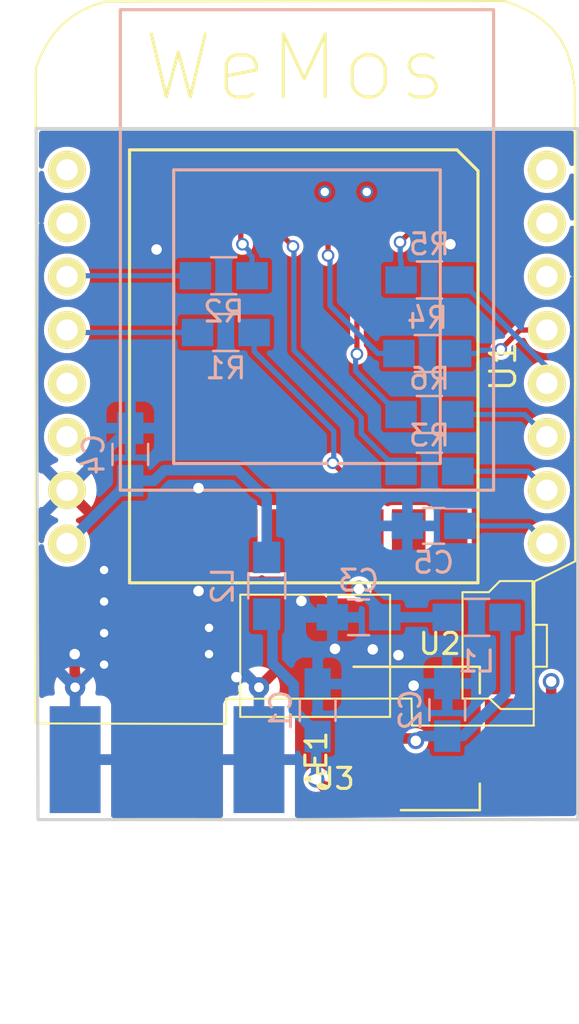
<source format=kicad_pcb>
(kicad_pcb (version 20221018) (generator pcbnew)
  (layers (0 "F.Cu" signal) (1 "In1.Cu" power) (2 "In2.Cu" power) (31 "B.Cu" signal) (35 "F.Paste" user) (36 "B.SilkS" user "B.Silkscreen") (37 "F.SilkS" user "F.Silkscreen") (38 "B.Mask" user) (39 "F.Mask" user) (44 "Edge.Cuts" user))
  (net 0 "")
  (net 1 "Net-(R1-Pad1)")
  (net 2 "Net-(R1-Pad2)")
  (net 3 "Net-(R2-Pad1)")
  (net 4 "Net-(R2-Pad2)")
  (net 5 "/SS")
  (net 6 "Net-(R3-Pad2)")
  (net 7 "/SCK")
  (net 8 "Net-(R4-Pad2)")
  (net 9 "/MISO")
  (net 10 "Net-(R5-Pad2)")
  (net 11 "/MOSI")
  (net 12 "Net-(R6-Pad2)")
  (net 13 "Net-(U1-Pad16)")
  (net 14 "GND")
  (net 15 "Net-(U1-Pad15)")
  (net 16 "+3V3")
  (net 17 "Net-(U1-Pad12)")
  (net 18 "Net-(U1-Pad11)")
  (net 19 "Net-(U1-Pad7)")
  (net 20 "+5V")
  (net 21 "Net-(U3-Pad8)")
  (net 22 "Net-(U3-Pad7)")
  (net 23 "Net-(U3-Pad4)")
  (net 24 "Net-(U3-Pad3)")
  (net 25 "Net-(U3-Pad11)")
  (net 26 "Net-(U3-Pad10)")
  (net 27 "Net-(U3-Pad9)")
  (net 28 "/50Ohm")
  (net 29 "Net-(C5-Pad2)")
  (net 30 "/wemos_5V")
  (net 31 "/RF95_3V3")
  (footprint "Connectors_Molex:Molex_SMA_Jack_Edge_Mount" (layer "F.Cu") (at 142 103.3 90)
    (fp_text reference "AE1" (at -1.72 7.11 90) (layer "F.SilkS"))
    (fp_text value "Antenna_Shield")
    (pad "1" smd rect (at -1.72 0 90) (size 5.08 2.29) (layers "F.Cu" "F.Paste" "F.Mask") (net 28 "/50Ohm"))
    (pad "2" smd rect (at -1.72 -4.38 90) (size 5.08 2.42) (layers "F.Cu" "F.Paste" "F.Mask") (net 14 "GND"))
    (pad "2" smd rect (at -1.72 -4.38 90) (size 5.08 2.42) (layers "B.Cu" "B.Mask") (net 14 "GND"))
    (pad "2" smd rect (at -1.72 4.38 90) (size 5.08 2.42) (layers "F.Cu" "F.Paste" "F.Mask") (net 14 "GND"))
    (pad "2" smd rect (at -1.72 4.38 90) (size 5.08 2.42) (layers "B.Cu" "B.Mask") (net 14 "GND"))
    (pad "2" smd rect (at 1.27 -4.38 90) (size 0.89 0.46) (layers "F.Cu") (net 14 "GND"))
    (pad "2" smd rect (at 1.27 -4.38 90) (size 0.89 0.46) (layers "B.Cu") (net 14 "GND"))
    (pad "2" smd rect (at 1.27 4.38 90) (size 0.89 0.46) (layers "F.Cu") (net 14 "GND"))
    (pad "2" smd rect (at 1.27 4.38 90) (size 0.89 0.46) (layers "B.Cu") (net 14 "GND"))
    (pad "2" thru_hole circle (at 1.72 -4.38 90) (size 0.97 0.97) (drill 0.46) (layers "*.Cu") (net 14 "GND"))
    (pad "2" thru_hole circle (at 1.72 4.38 90) (size 0.97 0.97) (drill 0.46) (layers "*.Cu") (net 14 "GND"))
  )
  (footprint "TO_SOT_Packages_SMD:SOT-223" (layer "F.Cu") (at 154.9908 104.013)
    (fp_text reference "U2" (at 0 -4.5) (layer "F.SilkS"))
    (fp_text value "LM1117-3.3")
    (fp_line (start -4.1 -3.41) (end 1.91 -3.41) (stroke (width 0.12)) (layer "F.SilkS"))
    (fp_line (start -1.85 3.41) (end 1.91 3.41) (stroke (width 0.12)) (layer "F.SilkS"))
    (fp_line (start 1.91 -3.41) (end 1.91 -2.15) (stroke (width 0.12)) (layer "F.SilkS"))
    (fp_line (start 1.91 3.41) (end 1.91 2.15) (stroke (width 0.12)) (layer "F.SilkS"))
    (pad "1" smd rect (at -3.15 -2.3) (size 2 1.5) (layers "F.Cu" "F.Paste" "F.Mask") (net 14 "GND"))
    (pad "2" smd rect (at -3.15 0) (size 2 1.5) (layers "F.Cu" "F.Paste" "F.Mask") (net 16 "+3V3"))
    (pad "3" smd rect (at -3.15 2.3) (size 2 1.5) (layers "F.Cu" "F.Paste" "F.Mask") (net 20 "+5V"))
    (pad "4" smd rect (at 3.15 0) (size 2 3.8) (layers "F.Cu" "F.Paste" "F.Mask") (net 16 "+3V3"))
  )
  (footprint "DisasterRadio:D1_mini_board" (layer "F.Cu") (at 148.6662 87.122)
    (fp_text reference "U3" (at 1.27 18.81) (layer "F.SilkS"))
    (fp_text value "WeMos_mini")
    (fp_text user "WeMos" (at -0.5588 -15.0114) (layer "F.SilkS") (effects (font (size 3 3))))
    (fp_line (start -8.89 -17.78) (end -8.89 5.08) (stroke (width 0.15)) (layer "B.SilkS"))
    (fp_line (start -8.89 5.08) (end 8.89 5.08) (stroke (width 0.15)) (layer "B.SilkS"))
    (fp_line (start -6.35 -10.16) (end 6.35 -10.16) (stroke (width 0.15)) (layer "B.SilkS"))
    (fp_line (start -6.35 3.81) (end -6.35 -10.16) (stroke (width 0.15)) (layer "B.SilkS"))
    (fp_line (start 6.35 -10.16) (end 6.35 3.81) (stroke (width 0.15)) (layer "B.SilkS"))
    (fp_line (start 6.35 3.81) (end -6.35 3.81) (stroke (width 0.15)) (layer "B.SilkS"))
    (fp_line (start 8.89 -17.78) (end -8.89 -17.78) (stroke (width 0.15)) (layer "B.SilkS"))
    (fp_line (start 8.89 5.08) (end 8.89 -17.78) (stroke (width 0.15)) (layer "B.SilkS"))
    (fp_line (start -12.930193 16.176658) (end -12.916195 -14.993493) (stroke (width 0.1)) (layer "F.SilkS"))
    (fp_line (start -12.916195 -14.993493) (end -12.683384 -15.596286) (stroke (width 0.1)) (layer "F.SilkS"))
    (fp_line (start -12.683384 -15.596286) (end -12.399901 -16.141167) (stroke (width 0.1)) (layer "F.SilkS"))
    (fp_line (start -12.399901 -16.141167) (end -12.065253 -16.627577) (stroke (width 0.1)) (layer "F.SilkS"))
    (fp_line (start -12.065253 -16.627577) (end -11.678953 -17.054952) (stroke (width 0.1)) (layer "F.SilkS"))
    (fp_line (start -11.678953 -17.054952) (end -11.240512 -17.422741) (stroke (width 0.1)) (layer "F.SilkS"))
    (fp_line (start -11.240512 -17.422741) (end -10.74944 -17.730377) (stroke (width 0.1)) (layer "F.SilkS"))
    (fp_line (start -10.74944 -17.730377) (end -10.20525 -17.97731) (stroke (width 0.1)) (layer "F.SilkS"))
    (fp_line (start -10.20525 -17.97731) (end -9.607453 -18.162976) (stroke (width 0.1)) (layer "F.SilkS"))
    (fp_line (start -9.607453 -18.162976) (end 9.43046 -18.191734) (stroke (width 0.1)) (layer "F.SilkS"))
    (fp_line (start -3.851373 15.000483) (end -3.849397 16.202736) (stroke (width 0.1)) (layer "F.SilkS"))
    (fp_line (start -3.849397 16.202736) (end -12.930193 16.176658) (stroke (width 0.1)) (layer "F.SilkS"))
    (fp_line (start -3.17965 10.051451) (end 3.959931 10.051451) (stroke (width 0.1)) (layer "F.SilkS"))
    (fp_line (start -3.17965 15.865188) (end -3.17965 10.051451) (stroke (width 0.1)) (layer "F.SilkS"))
    (fp_line (start 3.959931 10.051451) (end 3.959931 15.865188) (stroke (width 0.1)) (layer "F.SilkS"))
    (fp_line (start 3.959931 15.865188) (end -3.17965 15.865188) (stroke (width 0.1)) (layer "F.SilkS"))
    (fp_line (start 4.979849 14.993795) (end -3.851373 15.000483) (stroke (width 0.1)) (layer "F.SilkS"))
    (fp_line (start 5.00618 16.277228) (end 4.979849 14.993795) (stroke (width 0.1)) (layer "F.SilkS"))
    (fp_line (start 7.40985 9.931515) (end 7.40985 14.993876) (stroke (width 0.1)) (layer "F.SilkS"))
    (fp_line (start 7.40985 14.993876) (end 8.697489 14.993876) (stroke (width 0.1)) (layer "F.SilkS"))
    (fp_line (start 8.662211 9.931515) (end 7.40985 9.931515) (stroke (width 0.1)) (layer "F.SilkS"))
    (fp_line (start 8.697489 14.993876) (end 9.226656 15.487765) (stroke (width 0.1)) (layer "F.SilkS"))
    (fp_line (start 9.191378 9.402349) (end 8.662211 9.931515) (stroke (width 0.1)) (layer "F.SilkS"))
    (fp_line (start 9.226656 15.487765) (end 10.796517 15.487765) (stroke (width 0.1)) (layer "F.SilkS"))
    (fp_line (start 9.43046 -18.191734) (end 10.049824 -17.957741) (stroke (width 0.1)) (layer "F.SilkS"))
    (fp_line (start 10.049824 -17.957741) (end 10.638018 -17.673258) (stroke (width 0.1)) (layer "F.SilkS"))
    (fp_line (start 10.638018 -17.673258) (end 11.181445 -17.323743) (stroke (width 0.1)) (layer "F.SilkS"))
    (fp_line (start 10.7436 9.402349) (end 9.191378 9.402349) (stroke (width 0.1)) (layer "F.SilkS"))
    (fp_line (start 10.778878 11.483738) (end 11.431517 11.483738) (stroke (width 0.1)) (layer "F.SilkS"))
    (fp_line (start 10.796517 15.487765) (end 10.7436 9.402349) (stroke (width 0.1)) (layer "F.SilkS"))
    (fp_line (start 10.817472 16.277228) (end 5.00618 16.277228) (stroke (width 0.1)) (layer "F.SilkS"))
    (fp_line (start 10.83248 9.424181) (end 10.802686 16.232524) (stroke (width 0.1)) (layer "F.SilkS"))
    (fp_line (start 11.181445 -17.323743) (end 11.666503 -16.894658) (stroke (width 0.1)) (layer "F.SilkS"))
    (fp_line (start 11.431517 11.483738) (end 11.431517 13.476932) (stroke (width 0.1)) (layer "F.SilkS"))
    (fp_line (start 11.431517 13.476932) (end 10.814156 13.476932) (stroke (width 0.1)) (layer "F.SilkS"))
    (fp_line (start 11.666503 -16.894658) (end 12.079595 -16.37146) (stroke (width 0.1)) (layer "F.SilkS"))
    (fp_line (start 12.079595 -16.37146) (end 12.407122 -15.739613) (stroke (width 0.1)) (layer "F.SilkS"))
    (fp_line (start 12.407122 -15.739613) (end 12.635482 -14.984575) (stroke (width 0.1)) (layer "F.SilkS"))
    (fp_line (start 12.635482 -14.984575) (end 12.751078 -14.091807) (stroke (width 0.1)) (layer "F.SilkS"))
    (fp_line (start 12.751078 -14.091807) (end 12.776026 8.463285) (stroke (width 0.1)) (layer "F.SilkS"))
    (fp_line (start 12.776026 8.463285) (end 10.83248 9.424181) (stroke (width 0.1)) (layer "F.SilkS"))
    (pad "1" thru_hole circle (at -11.43 7.62) (size 1.8 1.8) (drill 1.016) (layers "*.Cu" "*.Mask" "F.SilkS") (net 30 "/wemos_5V"))
    (pad "2" thru_hole circle (at -11.43 5.08) (size 1.8 1.8) (drill 1.016) (layers "*.Cu" "*.Mask" "F.SilkS") (net 14 "GND"))
    (pad "3" thru_hole circle (at -11.43 2.54) (size 1.8 1.8) (drill 1.016) (layers "*.Cu" "*.Mask" "F.SilkS") (net 24 "Net-(U3-Pad3)"))
    (pad "4" thru_hole circle (at -11.43 0) (size 1.8 1.8) (drill 1.016) (layers "*.Cu" "*.Mask" "F.SilkS") (net 23 "Net-(U3-Pad4)"))
    (pad "5" thru_hole circle (at -11.43 -2.54) (size 1.8 1.8) (drill 1.016) (layers "*.Cu" "*.Mask" "F.SilkS") (net 1 "Net-(R1-Pad1)"))
    (pad "6" thru_hole circle (at -11.43 -5.08) (size 1.8 1.8) (drill 1.016) (layers "*.Cu" "*.Mask" "F.SilkS") (net 3 "Net-(R2-Pad1)"))
    (pad "7" thru_hole circle (at -11.43 -7.62) (size 1.8 1.8) (drill 1.016) (layers "*.Cu" "*.Mask" "F.SilkS") (net 22 "Net-(U3-Pad7)"))
    (pad "8" thru_hole circle (at -11.43 -10.16) (size 1.8 1.8) (drill 1.016) (layers "*.Cu" "*.Mask" "F.SilkS") (net 21 "Net-(U3-Pad8)"))
    (pad "9" thru_hole circle (at 11.43 -10.16) (size 1.8 1.8) (drill 1.016) (layers "*.Cu" "*.Mask" "F.SilkS") (net 27 "Net-(U3-Pad9)"))
    (pad "10" thru_hole circle (at 11.43 -7.62) (size 1.8 1.8) (drill 1.016) (layers "*.Cu" "*.Mask" "F.SilkS") (net 26 "Net-(U3-Pad10)"))
    (pad "11" thru_hole circle (at 11.43 -5.08) (size 1.8 1.8) (drill 1.016) (layers "*.Cu" "*.Mask" "F.SilkS") (net 25 "Net-(U3-Pad11)"))
    (pad "12" thru_hole circle (at 11.43 -2.54) (size 1.8 1.8) (drill 1.016) (layers "*.Cu" "*.Mask" "F.SilkS") (net 7 "/SCK"))
    (pad "13" thru_hole circle (at 11.43 0) (size 1.8 1.8) (drill 1.016) (layers "*.Cu" "*.Mask" "F.SilkS") (net 9 "/MISO"))
    (pad "14" thru_hole circle (at 11.43 2.54) (size 1.8 1.8) (drill 1.016) (layers "*.Cu" "*.Mask" "F.SilkS") (net 11 "/MOSI"))
    (pad "15" thru_hole circle (at 11.43 5.08) (size 1.8 1.8) (drill 1.016) (layers "*.Cu" "*.Mask" "F.SilkS") (net 5 "/SS"))
    (pad "16" thru_hole circle (at 11.43 7.62) (size 1.8 1.8) (drill 1.016) (layers "*.Cu" "*.Mask" "F.SilkS") (net 29 "Net-(C5-Pad2)"))
  )
  (footprint "DisasterRadio:RFM95" (layer "F.Cu") (at 148.5138 86.3092 180)
    (fp_text reference "U1" (at -9.5 0 270) (layer "F.SilkS") (effects (font (size 1.2 1.2))))
    (fp_text value "RFM95")
    (fp_line (start -8.3 -10.3) (end -8.3 9.3) (stroke (width 0.15)) (layer "F.SilkS"))
    (fp_line (start -8.3 9.3) (end -7.3 10.3) (stroke (width 0.15)) (layer "F.SilkS"))
    (fp_line (start -7.3 10.3) (end 8.3 10.3) (stroke (width 0.15)) (layer "F.SilkS"))
    (fp_line (start 8.3 -10.3) (end -8.3 -10.3) (stroke (width 0.15)) (layer "F.SilkS"))
    (fp_line (start 8.3 10.3) (end 8.3 -10.3) (stroke (width 0.15)) (layer "F.SilkS"))
    (pad "1" smd rect (at -7 8.3 180) (size 1.6 3) (layers "F.Cu" "F.Paste" "F.Mask") (net 14 "GND"))
    (pad "2" smd rect (at -5 8.3 180) (size 1.6 3) (layers "F.Cu" "F.Paste" "F.Mask") (net 10 "Net-(R5-Pad2)"))
    (pad "3" smd rect (at -3 8.3 180) (size 1.6 3) (layers "F.Cu" "F.Paste" "F.Mask") (net 12 "Net-(R6-Pad2)"))
    (pad "4" smd rect (at -1 8.3 180) (size 1.6 3) (layers "F.Cu" "F.Paste" "F.Mask") (net 8 "Net-(R4-Pad2)"))
    (pad "5" smd rect (at 1 8.3 180) (size 1.6 3) (layers "F.Cu" "F.Paste" "F.Mask") (net 6 "Net-(R3-Pad2)"))
    (pad "6" smd rect (at 3 8.3 180) (size 1.6 3) (layers "F.Cu" "F.Paste" "F.Mask") (net 4 "Net-(R2-Pad2)"))
    (pad "7" smd rect (at 5 8.3 180) (size 1.6 3) (layers "F.Cu" "F.Paste" "F.Mask") (net 19 "Net-(U1-Pad7)"))
    (pad "8" smd rect (at 7 8.3 180) (size 1.6 3) (layers "F.Cu" "F.Paste" "F.Mask") (net 14 "GND"))
    (pad "9" smd rect (at 7 -8.3 180) (size 1.6 3) (layers "F.Cu" "F.Paste" "F.Mask") (net 28 "/50Ohm"))
    (pad "10" smd rect (at 5 -8.3 180) (size 1.6 3) (layers "F.Cu" "F.Paste" "F.Mask") (net 14 "GND"))
    (pad "11" smd rect (at 3 -8.3 180) (size 1.6 3) (layers "F.Cu" "F.Paste" "F.Mask") (net 18 "Net-(U1-Pad11)"))
    (pad "12" smd rect (at 1 -8.3 180) (size 1.6 3) (layers "F.Cu" "F.Paste" "F.Mask") (net 17 "Net-(U1-Pad12)"))
    (pad "13" smd rect (at -1 -8.3 180) (size 1.6 3) (layers "F.Cu" "F.Paste" "F.Mask") (net 31 "/RF95_3V3"))
    (pad "14" smd rect (at -3 -8.3 180) (size 1.6 3) (layers "F.Cu" "F.Paste" "F.Mask") (net 2 "Net-(R1-Pad2)"))
    (pad "15" smd rect (at -5 -8.3 180) (size 1.6 3) (layers "F.Cu" "F.Paste" "F.Mask") (net 15 "Net-(U1-Pad15)"))
    (pad "16" smd rect (at -7 -8.3 180) (size 1.6 3) (layers "F.Cu" "F.Paste" "F.Mask") (net 13 "Net-(U1-Pad16)"))
  )
  (footprint "Capacitors_SMD:C_0805_HandSoldering" (layer "B.Cu") (at 149.175 102.675 -90)
    (fp_text reference "C1" (at 0 1.75 270) (layer "B.SilkS") (effects (justify mirror)))
    (fp_text value "10u")
    (fp_line (start -0.5 -0.85) (end 0.5 -0.85) (stroke (width 0.12)) (layer "B.SilkS"))
    (fp_line (start 0.5 0.85) (end -0.5 0.85) (stroke (width 0.12)) (layer "B.SilkS"))
    (pad "1" smd rect (at -1.25 0 270) (size 1.5 1.25) (layers "B.Cu" "B.Mask") (net 14 "GND"))
    (pad "2" smd rect (at 1.25 0 270) (size 1.5 1.25) (layers "B.Cu" "B.Mask") (net 20 "+5V"))
  )
  (footprint "Capacitors_SMD:C_0805_HandSoldering" (layer "B.Cu") (at 155.35 102.65 -90)
    (fp_text reference "C2" (at 0 1.75 270) (layer "B.SilkS") (effects (justify mirror)))
    (fp_text value "10u")
    (fp_line (start -0.5 -0.85) (end 0.5 -0.85) (stroke (width 0.12)) (layer "B.SilkS"))
    (fp_line (start 0.5 0.85) (end -0.5 0.85) (stroke (width 0.12)) (layer "B.SilkS"))
    (pad "1" smd rect (at -1.25 0 270) (size 1.5 1.25) (layers "B.Cu" "B.Mask") (net 14 "GND"))
    (pad "2" smd rect (at 1.25 0 270) (size 1.5 1.25) (layers "B.Cu" "B.Mask") (net 16 "+3V3"))
  )
  (footprint "Resistors_SMD:R_0805_HandSoldering" (layer "B.Cu") (at 144.8 84.7)
    (fp_text reference "R1" (at 0 1.7) (layer "B.SilkS") (effects (justify mirror)))
    (fp_text value "0k")
    (fp_line (start -0.6 0.88) (end 0.6 0.88) (stroke (width 0.12)) (layer "B.SilkS"))
    (fp_line (start 0.6 -0.88) (end -0.6 -0.88) (stroke (width 0.12)) (layer "B.SilkS"))
    (pad "1" smd rect (at -1.35 0) (size 1.5 1.3) (layers "B.Cu" "B.Mask") (net 1 "Net-(R1-Pad1)"))
    (pad "2" smd rect (at 1.35 0) (size 1.5 1.3) (layers "B.Cu" "B.Mask") (net 2 "Net-(R1-Pad2)"))
  )
  (footprint "Resistors_SMD:R_0805_HandSoldering" (layer "B.Cu") (at 144.7 82)
    (fp_text reference "R2" (at 0 1.7) (layer "B.SilkS") (effects (justify mirror)))
    (fp_text value "0k")
    (fp_line (start -0.6 0.88) (end 0.6 0.88) (stroke (width 0.12)) (layer "B.SilkS"))
    (fp_line (start 0.6 -0.88) (end -0.6 -0.88) (stroke (width 0.12)) (layer "B.SilkS"))
    (pad "1" smd rect (at -1.35 0) (size 1.5 1.3) (layers "B.Cu" "B.Mask") (net 3 "Net-(R2-Pad1)"))
    (pad "2" smd rect (at 1.35 0) (size 1.5 1.3) (layers "B.Cu" "B.Mask") (net 4 "Net-(R2-Pad2)"))
  )
  (footprint "Resistors_SMD:R_0805_HandSoldering" (layer "B.Cu") (at 154.5 91.3 180)
    (fp_text reference "R3" (at 0 1.7 180) (layer "B.SilkS") (effects (justify mirror)))
    (fp_text value "0k")
    (fp_line (start -0.6 0.88) (end 0.6 0.88) (stroke (width 0.12)) (layer "B.SilkS"))
    (fp_line (start 0.6 -0.88) (end -0.6 -0.88) (stroke (width 0.12)) (layer "B.SilkS"))
    (pad "1" smd rect (at -1.35 0 180) (size 1.5 1.3) (layers "B.Cu" "B.Mask") (net 5 "/SS"))
    (pad "2" smd rect (at 1.35 0 180) (size 1.5 1.3) (layers "B.Cu" "B.Mask") (net 6 "Net-(R3-Pad2)"))
  )
  (footprint "Resistors_SMD:R_0805_HandSoldering" (layer "B.Cu") (at 154.4 85.7 180)
    (fp_text reference "R4" (at 0 1.7 180) (layer "B.SilkS") (effects (justify mirror)))
    (fp_text value "0k")
    (fp_line (start -0.6 0.88) (end 0.6 0.88) (stroke (width 0.12)) (layer "B.SilkS"))
    (fp_line (start 0.6 -0.88) (end -0.6 -0.88) (stroke (width 0.12)) (layer "B.SilkS"))
    (pad "1" smd rect (at -1.35 0 180) (size 1.5 1.3) (layers "B.Cu" "B.Mask") (net 7 "/SCK"))
    (pad "2" smd rect (at 1.35 0 180) (size 1.5 1.3) (layers "B.Cu" "B.Mask") (net 8 "Net-(R4-Pad2)"))
  )
  (footprint "Resistors_SMD:R_0805_HandSoldering" (layer "B.Cu") (at 154.5 82.2 180)
    (fp_text reference "R5" (at 0 1.7 180) (layer "B.SilkS") (effects (justify mirror)))
    (fp_text value "0k")
    (fp_line (start -0.6 0.88) (end 0.6 0.88) (stroke (width 0.12)) (layer "B.SilkS"))
    (fp_line (start 0.6 -0.88) (end -0.6 -0.88) (stroke (width 0.12)) (layer "B.SilkS"))
    (pad "1" smd rect (at -1.35 0 180) (size 1.5 1.3) (layers "B.Cu" "B.Mask") (net 9 "/MISO"))
    (pad "2" smd rect (at 1.35 0 180) (size 1.5 1.3) (layers "B.Cu" "B.Mask") (net 10 "Net-(R5-Pad2)"))
  )
  (footprint "Resistors_SMD:R_0805_HandSoldering" (layer "B.Cu") (at 154.5 88.6 180)
    (fp_text reference "R6" (at 0 1.7 180) (layer "B.SilkS") (effects (justify mirror)))
    (fp_text value "0k")
    (fp_line (start -0.6 0.88) (end 0.6 0.88) (stroke (width 0.12)) (layer "B.SilkS"))
    (fp_line (start 0.6 -0.88) (end -0.6 -0.88) (stroke (width 0.12)) (layer "B.SilkS"))
    (pad "1" smd rect (at -1.35 0 180) (size 1.5 1.3) (layers "B.Cu" "B.Mask") (net 11 "/MOSI"))
    (pad "2" smd rect (at 1.35 0 180) (size 1.5 1.3) (layers "B.Cu" "B.Mask") (net 12 "Net-(R6-Pad2)"))
  )
  (footprint "Inductors_SMD:L_0805_HandSoldering" (layer "B.Cu") (at 146.75 96.75 -90)
    (fp_text reference "L2" (at 0 2.1 270) (layer "B.SilkS") (effects (justify mirror)))
    (fp_text value "L_Core_Ferrite")
    (fp_line (start -0.6 0.88) (end 0.6 0.88) (stroke (width 0.12)) (layer "B.SilkS"))
    (fp_line (start 0.6 -0.88) (end -0.6 -0.88) (stroke (width 0.12)) (layer "B.SilkS"))
    (pad "1" smd rect (at -1.35 0 270) (size 1.5 1.3) (layers "B.Cu" "B.Mask") (net 30 "/wemos_5V"))
    (pad "2" smd rect (at 1.35 0 270) (size 1.5 1.3) (layers "B.Cu" "B.Mask") (net 20 "+5V"))
  )
  (footprint "Capacitors_SMD:C_0805_HandSoldering" (layer "B.Cu") (at 151.125 98.25 180)
    (fp_text reference "C3" (at 0 1.75 180) (layer "B.SilkS") (effects (justify mirror)))
    (fp_text value "C_Small")
    (fp_line (start -0.5 -0.85) (end 0.5 -0.85) (stroke (width 0.12)) (layer "B.SilkS"))
    (fp_line (start 0.5 0.85) (end -0.5 0.85) (stroke (width 0.12)) (layer "B.SilkS"))
    (pad "1" smd rect (at -1.25 0 180) (size 1.5 1.25) (layers "B.Cu" "B.Mask") (net 31 "/RF95_3V3"))
    (pad "2" smd rect (at 1.25 0 180) (size 1.5 1.25) (layers "B.Cu" "B.Mask") (net 14 "GND"))
  )
  (footprint "Capacitors_SMD:C_0805_HandSoldering" (layer "B.Cu") (at 140.25 90.5 -90)
    (fp_text reference "C4" (at 0 1.75 270) (layer "B.SilkS") (effects (justify mirror)))
    (fp_text value "C_decoupling")
    (fp_line (start -0.5 -0.85) (end 0.5 -0.85) (stroke (width 0.12)) (layer "B.SilkS"))
    (fp_line (start 0.5 0.85) (end -0.5 0.85) (stroke (width 0.12)) (layer "B.SilkS"))
    (pad "1" smd rect (at -1.25 0 270) (size 1.5 1.25) (layers "B.Cu" "B.Mask") (net 14 "GND"))
    (pad "2" smd rect (at 1.25 0 270) (size 1.5 1.25) (layers "B.Cu" "B.Mask") (net 30 "/wemos_5V"))
  )
  (footprint "Capacitors_SMD:C_0805_HandSoldering" (layer "B.Cu") (at 154.7 93.9)
    (fp_text reference "C5" (at 0 1.75) (layer "B.SilkS") (effects (justify mirror)))
    (fp_text value "C_decoupling")
    (fp_line (start -0.5 -0.85) (end 0.5 -0.85) (stroke (width 0.12)) (layer "B.SilkS"))
    (fp_line (start 0.5 0.85) (end -0.5 0.85) (stroke (width 0.12)) (layer "B.SilkS"))
    (pad "1" smd rect (at -1.25 0) (size 1.5 1.25) (layers "B.Cu" "B.Mask") (net 14 "GND"))
    (pad "2" smd rect (at 1.25 0) (size 1.5 1.25) (layers "B.Cu" "B.Mask") (net 29 "Net-(C5-Pad2)"))
  )
  (footprint "Inductors_SMD:L_0805_HandSoldering" (layer "B.Cu") (at 156.75 98.25)
    (fp_text reference "L1" (at 0 2.1) (layer "B.SilkS") (effects (justify mirror)))
    (fp_text value "L_Core_Ferrite_Small")
    (fp_line (start -0.6 0.88) (end 0.6 0.88) (stroke (width 0.12)) (layer "B.SilkS"))
    (fp_line (start 0.6 -0.88) (end -0.6 -0.88) (stroke (width 0.12)) (layer "B.SilkS"))
    (pad "1" smd rect (at -1.35 0) (size 1.5 1.3) (layers "B.Cu" "B.Mask") (net 31 "/RF95_3V3"))
    (pad "2" smd rect (at 1.35 0) (size 1.5 1.3) (layers "B.Cu" "B.Mask") (net 16 "+3V3"))
  )
  (gr_line (start 161.5694 107.8738) (end 135.8519 107.8738) (stroke (width 0.15)) (layer "Edge.Cuts"))
  (gr_line (start 135.8519 107.8738) (end 135.763 75) (stroke (width 0.15)) (layer "Edge.Cuts"))
  (gr_line (start 135.763 74.9808) (end 135.8519 74.9808) (stroke (width 0.15)) (layer "Edge.Cuts"))
  (gr_line (start 135.763 75) (end 161.5694 75) (stroke (width 0.15)) (layer "Edge.Cuts"))
  (gr_line (start 161.5694 75) (end 161.5694 107.8738) (stroke (width 0.15)) (layer "Edge.Cuts"))
  (segment (start 137.3542 84.7) (end 137.2362 84.582) (width 0.25) (layer "B.Cu") (net 1))
  (segment (start 143.45 84.7) (end 137.3542 84.7) (width 0.25) (layer "B.Cu") (net 1))
  (segment (start 149.9 90.9) (end 151.5138 92.5138) (width 0.25) (layer "F.Cu") (net 2))
  (segment (start 151.5138 92.5138) (end 151.5138 94.6092) (width 0.25) (layer "F.Cu") (net 2))
  (via (at 149.9 90.9) (size 0.6) (drill 0.4) (layers "F.Cu" "B.Cu") (net 2))
  (segment (start 149.943346 90.856654) (end 149.9 90.9) (width 0.25) (layer "B.Cu") (net 2))
  (segment (start 146.15 84.7) (end 146.15 85.6) (width 0.25) (layer "B.Cu") (net 2))
  (segment (start 146.15 85.6) (end 149.943346 89.393346) (width 0.25) (layer "B.Cu") (net 2))
  (segment (start 149.943346 89.393346) (end 149.943346 90.856654) (width 0.25) (layer "B.Cu") (net 2))
  (segment (start 143.35 82) (end 137.2782 82) (width 0.25) (layer "B.Cu") (net 3))
  (segment (start 137.2782 82) (end 137.2362 82.042) (width 0.25) (layer "B.Cu") (net 3))
  (segment (start 143.308 82.042) (end 143.35 82) (width 0.25) (layer "B.Cu") (net 3))
  (segment (start 145.5138 78.0092) (end 145.5138 80.418992) (width 0.25) (layer "F.Cu") (net 4))
  (segment (start 145.5138 80.418992) (end 145.594409 80.499601) (width 0.25) (layer "F.Cu") (net 4))
  (via (at 145.594409 80.499601) (size 0.6) (drill 0.4) (layers "F.Cu" "B.Cu") (net 4))
  (via (at 145.594409 80.499601) (size 0.6) (drill 0.4) (layers "F.Cu" "B.Cu") (net 4))
  (segment (start 145.914184 80.964184) (end 145.914184 80.819376) (width 0.25) (layer "B.Cu") (net 4))
  (segment (start 146.05 82) (end 146.05 81.1) (width 0.25) (layer "B.Cu") (net 4))
  (segment (start 146.05 81.1) (end 145.914184 80.964184) (width 0.25) (layer "B.Cu") (net 4))
  (segment (start 145.914184 80.819376) (end 145.594409 80.499601) (width 0.25) (layer "B.Cu") (net 4))
  (segment (start 159.4942 91.6) (end 160.0962 92.202) (width 0.25) (layer "F.Cu") (net 5))
  (via (at 160.0962 92.202) (size 0.6) (drill 0.4) (layers "F.Cu" "B.Cu") (net 5))
  (segment (start 159.1942 91.3) (end 160.0962 92.202) (width 0.25) (layer "B.Cu") (net 5))
  (segment (start 155.85 91.3) (end 159.1942 91.3) (width 0.25) (layer "B.Cu") (net 5))
  (segment (start 148 80.6) (end 147.5138 80.1138) (width 0.25) (layer "F.Cu") (net 6))
  (segment (start 147.5138 80.1138) (end 147.5138 78.0092) (width 0.25) (layer "F.Cu") (net 6))
  (via (at 148 80.6) (size 0.6) (drill 0.4) (layers "F.Cu" "B.Cu") (net 6))
  (segment (start 153.05 91.3) (end 153.15 91.3) (width 0.25) (layer "B.Cu") (net 6))
  (segment (start 151.25 88.75) (end 151.25 89.5) (width 0.25) (layer "B.Cu") (net 6))
  (segment (start 151.25 89.5) (end 153.05 91.3) (width 0.25) (layer "B.Cu") (net 6))
  (segment (start 148.046205 80.646205) (end 148.046205 85.546205) (width 0.25) (layer "B.Cu") (net 6))
  (segment (start 148 80.6) (end 148.046205 80.646205) (width 0.25) (layer "B.Cu") (net 6))
  (segment (start 148.046205 85.546205) (end 151.25 88.75) (width 0.25) (layer "B.Cu") (net 6))
  (segment (start 158.818 84.582) (end 160.0962 84.582) (width 0.25) (layer "F.Cu") (net 7))
  (segment (start 157.9 85.5) (end 158.818 84.582) (width 0.25) (layer "F.Cu") (net 7))
  (via (at 157.9 85.5) (size 0.6) (drill 0.4) (layers "F.Cu" "B.Cu") (net 7))
  (segment (start 156.904853 85.545147) (end 157.854853 85.545147) (width 0.25) (layer "B.Cu") (net 7))
  (segment (start 156.75 85.7) (end 156.904853 85.545147) (width 0.25) (layer "B.Cu") (net 7))
  (segment (start 157.854853 85.545147) (end 157.9 85.5) (width 0.25) (layer "B.Cu") (net 7))
  (segment (start 155.75 85.7) (end 156.75 85.7) (width 0.25) (layer "B.Cu") (net 7))
  (segment (start 149.670978 81.036697) (end 149.670978 78.166378) (width 0.25) (layer "F.Cu") (net 8))
  (segment (start 149.670978 78.166378) (end 149.5138 78.0092) (width 0.25) (layer "F.Cu") (net 8))
  (via (at 149.670978 81.036697) (size 0.6) (drill 0.4) (layers "F.Cu" "B.Cu") (net 8))
  (via (at 149.5138 78.0092) (size 0.6) (drill 0.4) (layers "F.Cu" "B.Cu") (net 8))
  (segment (start 149.764715 81.130434) (end 149.670978 81.036697) (width 0.25) (layer "B.Cu") (net 8))
  (segment (start 152.05 85.7) (end 149.764715 83.414715) (width 0.25) (layer "B.Cu") (net 8))
  (segment (start 149.764715 83.414715) (end 149.764715 81.130434) (width 0.25) (layer "B.Cu") (net 8))
  (segment (start 153.05 85.7) (end 152.05 85.7) (width 0.25) (layer "B.Cu") (net 8))
  (segment (start 160.0962 86.3462) (end 160.0962 87.122) (width 0.25) (layer "B.Cu") (net 9))
  (segment (start 155.95 82.2) (end 160.0962 86.3462) (width 0.25) (layer "B.Cu") (net 9))
  (segment (start 155.85 82.2) (end 155.95 82.2) (width 0.25) (layer "B.Cu") (net 9))
  (segment (start 153.1 80.4) (end 153.5138 79.9862) (width 0.25) (layer "F.Cu") (net 10))
  (segment (start 153.5138 79.9862) (end 153.5138 78.0092) (width 0.25) (layer "F.Cu") (net 10))
  (via (at 153.1 80.4) (size 0.6) (drill 0.4) (layers "F.Cu" "B.Cu") (net 10))
  (segment (start 153.107998 81.257998) (end 153.107998 80.407998) (width 0.25) (layer "B.Cu") (net 10))
  (segment (start 153.107998 80.407998) (end 153.1 80.4) (width 0.25) (layer "B.Cu") (net 10))
  (segment (start 153.15 82.2) (end 153.15 81.3) (width 0.25) (layer "B.Cu") (net 10))
  (segment (start 153.15 81.3) (end 153.107998 81.257998) (width 0.25) (layer "B.Cu") (net 10))
  (segment (start 155.85 88.6) (end 159.0342 88.6) (width 0.25) (layer "B.Cu") (net 11))
  (segment (start 159.0342 88.6) (end 160.0962 89.662) (width 0.25) (layer "B.Cu") (net 11))
  (segment (start 151.045786 85.723543) (end 151.045786 78.477214) (width 0.25) (layer "F.Cu") (net 12))
  (segment (start 151.045786 78.477214) (end 151.5138 78.0092) (width 0.25) (layer "F.Cu") (net 12))
  (via (at 151.5138 78.0092) (size 0.6) (drill 0.4) (layers "F.Cu" "B.Cu") (net 12))
  (via (at 151.045786 85.723543) (size 0.6) (drill 0.4) (layers "F.Cu" "B.Cu") (net 12))
  (segment (start 150.983295 86.533295) (end 150.983295 85.786034) (width 0.25) (layer "B.Cu") (net 12))
  (segment (start 153.15 88.6) (end 153.05 88.6) (width 0.25) (layer "B.Cu") (net 12))
  (segment (start 150.983295 85.786034) (end 151.045786 85.723543) (width 0.25) (layer "B.Cu") (net 12))
  (segment (start 153.05 88.6) (end 150.983295 86.533295) (width 0.25) (layer "B.Cu") (net 12))
  (segment (start 155.5138 80.4862) (end 155.5 80.5) (width 0.5) (layer "F.Cu") (net 14))
  (segment (start 155.5138 78.0092) (end 155.5138 80.4862) (width 0.5) (layer "F.Cu") (net 14))
  (segment (start 151.8408 101.713) (end 151.8408 99.5592) (width 0.5) (layer "F.Cu") (net 14))
  (segment (start 137.62 101.58) (end 137.62 100.894107) (width 0.5) (layer "F.Cu") (net 14))
  (segment (start 151.8408 99.5592) (end 151.8408 99.7342) (width 0.5) (layer "F.Cu") (net 14))
  (segment (start 137.62 100.894107) (end 137.6 100.874107) (width 0.5) (layer "F.Cu") (net 14))
  (segment (start 143.5138 96.9862) (end 143.5 97) (width 0.5) (layer "F.Cu") (net 14))
  (segment (start 151.8408 99.7342) (end 151.8 99.775) (width 0.5) (layer "F.Cu") (net 14))
  (segment (start 143.5138 94.6092) (end 143.5138 96.9862) (width 0.5) (layer "F.Cu") (net 14))
  (segment (start 141.5138 78.0092) (end 141.5138 80.7362) (width 0.5) (layer "F.Cu") (net 14))
  (segment (start 137.6 100.874107) (end 137.6 100) (width 0.5) (layer "F.Cu") (net 14))
  (segment (start 141.5138 80.7362) (end 141.5 80.75) (width 0.5) (layer "F.Cu") (net 14))
  (segment (start 143.5138 94.6092) (end 143.5138 92.1138) (width 0.5) (layer "F.Cu") (net 14))
  (segment (start 143.5138 92.1138) (end 143.5 92.1) (width 0.5) (layer "F.Cu") (net 14))
  (via (at 144 100) (size 0.6) (drill 0.4) (layers "F.Cu" "B.Cu") (net 14))
  (via (at 141.5 80.75) (size 0.8) (drill 0.5) (layers "F.Cu" "B.Cu") (net 14))
  (via (at 143.5 97) (size 0.8) (drill 0.5) (layers "F.Cu" "B.Cu") (net 14))
  (via (at 151.8 99.775) (size 0.8) (drill 0.5) (layers "F.Cu" "B.Cu") (net 14))
  (via (at 150 99.75) (size 0.8) (drill 0.5) (layers "F.Cu" "B.Cu") (net 14))
  (via (at 145.304999 101.095001) (size 0.8) (drill 0.5) (layers "F.Cu" "B.Cu") (net 14))
  (via (at 139 99) (size 0.6) (drill 0.4) (layers "F.Cu" "B.Cu") (net 14))
  (via (at 139 97.5) (size 0.6) (drill 0.4) (layers "F.Cu" "B.Cu") (net 14))
  (via (at 139 100.5) (size 0.6) (drill 0.4) (layers "F.Cu" "B.Cu") (net 14))
  (via (at 139 96) (size 0.6) (drill 0.4) (layers "F.Cu" "B.Cu") (net 14))
  (via (at 143.5 92.1) (size 0.8) (drill 0.5) (layers "F.Cu" "B.Cu") (net 14))
  (via (at 153.75 101.5) (size 0.8) (drill 0.5) (layers "F.Cu" "B.Cu") (net 14))
  (via (at 137.6 100) (size 0.8) (drill 0.5) (layers "F.Cu" "B.Cu") (net 14))
  (via (at 144 98.75) (size 0.6) (drill 0.4) (layers "F.Cu" "B.Cu") (net 14))
  (via (at 148.4 97.475) (size 0.8) (drill 0.5) (layers "F.Cu" "B.Cu") (net 14))
  (via (at 153.025 100.05) (size 0.8) (drill 0.5) (layers "F.Cu" "B.Cu") (net 14))
  (via (at 155.5 80.5) (size 0.8) (drill 0.5) (layers "F.Cu" "B.Cu") (net 14))
  (segment (start 145.895001 101.095001) (end 145.304999 101.095001) (width 0.5) (layer "B.Cu") (net 14))
  (segment (start 139.775 89.675) (end 139.7632 89.675) (width 0.5) (layer "B.Cu") (net 14))
  (segment (start 146.38 101.58) (end 146.38 105.02) (width 0.25) (layer "B.Cu") (net 14))
  (segment (start 155.35 101.4) (end 153.85 101.4) (width 0.5) (layer "B.Cu") (net 14))
  (segment (start 149.175 101.425) (end 149.175 100.175) (width 0.5) (layer "B.Cu") (net 14))
  (segment (start 146.38 101.58) (end 145.895001 101.095001) (width 0.5) (layer "B.Cu") (net 14))
  (segment (start 149.875 98.25) (end 149.175 98.25) (width 0.5) (layer "B.Cu") (net 14))
  (segment (start 149.6 99.75) (end 150 99.75) (width 0.5) (layer "B.Cu") (net 14))
  (segment (start 153.85 101.4) (end 153.75 101.5) (width 0.5) (layer "B.Cu") (net 14))
  (segment (start 139.7632 89.675) (end 137.2362 92.202) (width 0.5) (layer "B.Cu") (net 14))
  (segment (start 149.175 100.175) (end 149.6 99.75) (width 0.5) (layer "B.Cu") (net 14))
  (segment (start 149.175 98.25) (end 148.4 97.475) (width 0.5) (layer "B.Cu") (net 14))
  (segment (start 137.62 105.02) (end 137.62 101.58) (width 0.25) (layer "B.Cu") (net 14))
  (segment (start 151.8408 104.013) (end 153.738 104.013) (width 0.5) (layer "F.Cu") (net 16))
  (segment (start 153.738 104.013) (end 153.85 104.125) (width 0.5) (layer "F.Cu") (net 16))
  (segment (start 158.1408 104.013) (end 159.6408 104.013) (width 0.5) (layer "F.Cu") (net 16))
  (segment (start 159.6408 104.013) (end 160.3 103.3538) (width 0.5) (layer "F.Cu") (net 16))
  (segment (start 160.3 103.3538) (end 160.3 101.3) (width 0.5) (layer "F.Cu") (net 16))
  (via (at 153.85 104.125) (size 0.8) (drill 0.5) (layers "F.Cu" "B.Cu") (net 16))
  (via (at 160.3 101.3) (size 0.8) (drill 0.5) (layers "F.Cu" "B.Cu") (net 16))
  (segment (start 158.125 101.875) (end 158.125 98.825) (width 0.5) (layer "B.Cu") (net 16))
  (segment (start 155.35 103.9) (end 156.1 103.9) (width 0.5) (layer "B.Cu") (net 16))
  (segment (start 154.075 103.9) (end 153.85 104.125) (width 0.5) (layer "B.Cu") (net 16))
  (segment (start 156.1 103.9) (end 158.125 101.875) (width 0.5) (layer "B.Cu") (net 16))
  (segment (start 155.35 103.9) (end 154.075 103.9) (width 0.5) (layer "B.Cu") (net 16))
  (segment (start 149.463 106.313) (end 149.1 105.95) (width 0.5) (layer "F.Cu") (net 20))
  (segment (start 151.8408 106.313) (end 149.463 106.313) (width 0.5) (layer "F.Cu") (net 20))
  (via (at 149.1 105.95) (size 0.8) (drill 0.5) (layers "F.Cu" "B.Cu") (net 20))
  (segment (start 147.025 100.45) (end 147.025 98.375) (width 0.5) (layer "B.Cu") (net 20))
  (segment (start 148.040001 102.665001) (end 148.040001 101.465001) (width 0.5) (layer "B.Cu") (net 20))
  (segment (start 147.025 98.375) (end 146.75 98.1) (width 0.5) (layer "B.Cu") (net 20))
  (segment (start 149.175 103.925) (end 149.175 103.8) (width 0.5) (layer "B.Cu") (net 20))
  (segment (start 149.175 103.8) (end 148.040001 102.665001) (width 0.5) (layer "B.Cu") (net 20))
  (segment (start 149.1 105.95) (end 149.1 104) (width 0.5) (layer "B.Cu") (net 20))
  (segment (start 148.040001 101.465001) (end 147.025 100.45) (width 0.5) (layer "B.Cu") (net 20))
  (segment (start 149.1 104) (end 149.175 103.925) (width 0.5) (layer "B.Cu") (net 20))
  (segment (start 141.5138 104.5338) (end 142 105.02) (width 0.25) (layer "F.Cu") (net 28))
  (segment (start 141.5138 94.6092) (end 141.5138 104.5338) (width 0.335589) (layer "F.Cu") (net 28))
  (segment (start 159.2542 93.9) (end 160.0962 94.742) (width 0.25) (layer "B.Cu") (net 29))
  (segment (start 155.95 93.9) (end 159.2542 93.9) (width 0.25) (layer "B.Cu") (net 29))
  (segment (start 139.775 92.175) (end 139.775 92.2032) (width 0.5) (layer "B.Cu") (net 30))
  (segment (start 140.25 91.75) (end 141.375 91.75) (width 0.5) (layer "B.Cu") (net 30))
  (segment (start 146.285002 92.175) (end 146.75 92.5) (width 0.5) (layer "B.Cu") (net 30))
  (segment (start 141.375 91.75) (end 141.875 91.25) (width 0.5) (layer "B.Cu") (net 30))
  (segment (start 145.360002 91.25) (end 146.285002 92.175) (width 0.5) (layer "B.Cu") (net 30))
  (segment (start 146.75 92.5) (end 146.75 93.189998) (width 0.5) (layer "B.Cu") (net 30))
  (segment (start 139.775 92.2032) (end 137.2362 94.742) (width 0.5) (layer "B.Cu") (net 30))
  (segment (start 146.75 93.189998) (end 146.75 95.4) (width 0.5) (layer "B.Cu") (net 30))
  (segment (start 141.875 91.25) (end 145.360002 91.25) (width 0.5) (layer "B.Cu") (net 30))
  (segment (start 149.5138 96.6092) (end 149.5138 94.6092) (width 0.5) (layer "F.Cu") (net 31))
  (segment (start 149.8046 96.9) (end 149.5138 96.6092) (width 0.5) (layer "F.Cu") (net 31))
  (segment (start 151.15 96.9) (end 149.8046 96.9) (width 0.5) (layer "F.Cu") (net 31))
  (via (at 151.15 96.9) (size 0.8) (drill 0.5) (layers "F.Cu" "B.Cu") (net 31))
  (segment (start 152.375 98.125) (end 151.15 96.9) (width 0.5) (layer "B.Cu") (net 31))
  (segment (start 152.375 98.25) (end 152.375 98.125) (width 0.5) (layer "B.Cu") (net 31))
  (segment (start 155.4 98.25) (end 152.375 98.25) (width 0.5) (layer "B.Cu") (net 31))
  (zone (net 14) (net_name "GND") (layer "F.Cu") (connect_pads (clearance 0.1524)) (min_thickness 0.254) (fill yes (thermal_gap 0.508) (thermal_bridge_width 0.508))
    (polygon (pts (xy 135.9 75.1) (xy 161.4 75.1) (xy 161.6 107.7) (xy 135.8 107.9) (xy 135.9 75.2)))
  )
  (zone (net 14) (net_name "GND") (layer "B.Cu") (connect_pads (clearance 0.1524)) (min_thickness 0.254) (fill yes (thermal_gap 0.508) (thermal_bridge_width 0.508))
    (polygon (pts (xy 135.9 75.1) (xy 161.4 75.1) (xy 161.6 107.7) (xy 135.8 107.9) (xy 135.9 75.2)))
  )
)
</source>
